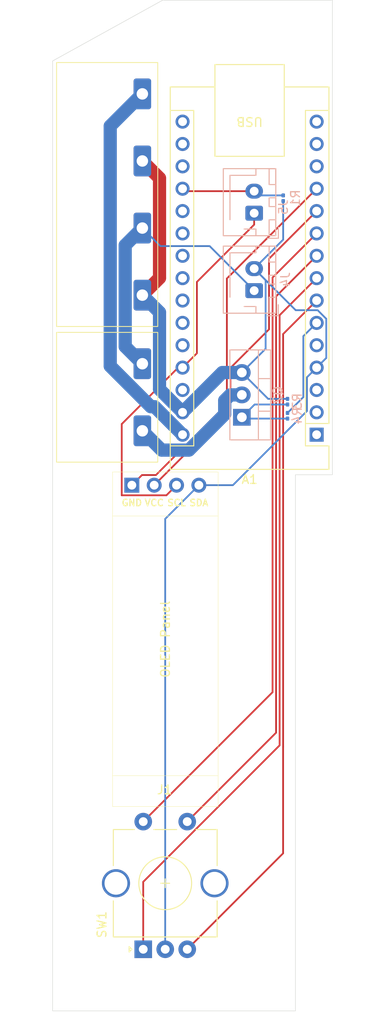
<source format=kicad_pcb>
(kicad_pcb (version 20241229) (generator "pcbnew") (generator_version "9.0")
  (layers (0 "F.Cu" signal) (2 "B.Cu" signal) (13 "F.Paste" user) (15 "B.Paste" user) (5 "F.SilkS" user "F.Silkscreen") (7 "B.SilkS" user "B.Silkscreen") (1 "F.Mask" user) (3 "B.Mask" user) (25 "Edge.Cuts" user))
  (net 0 "")
  (net 3 "GND")
  (net 5 "/Thermistor")
  (net 6 "/EC11SWA")
  (net 7 "/EC11B")
  (net 8 "/EC11SWB")
  (net 14 "+12V")
  (net 16 "/SCL")
  (net 17 "/EC11A")
  (net 19 "/Heater")
  (net 22 "/SDA")
  (net 26 "+5V")
  (net 30 "/Heater GND")
  (net 31 "Net-(Q2-G)")
  (footprint "KICADCustom:SSD1306-0.91-OLED-4pin-128x32" (layer "F.Cu") (at 129.215 122.685 90)
    (property "Reference" "J1" (at 1.9 5.91 0) (layer "F.SilkS"))
    (property "Value" "0.91in OLED Display")
    (fp_line (start 38 0) (end 0 0) (stroke (width 0.04)) (layer "F.SilkS"))
    (fp_line (start 33 0) (end 33 12) (stroke (width 0.04)) (layer "F.SilkS"))
    (fp_line (start 3.5 0) (end 3.5 12) (stroke (width 0.04)) (layer "F.SilkS"))
    (fp_line (start 0 0) (end 0 12) (stroke (width 0.04)) (layer "F.SilkS"))
    (fp_line (start 38 12) (end 38 0) (stroke (width 0.04)) (layer "F.SilkS"))
    (fp_line (start 0 12) (end 38 12) (stroke (width 0.04)) (layer "F.SilkS"))
    (fp_text user "VCC" (at 34.5 4.73 0) (layer "F.SilkS") (effects (font (size 0.75 0.75))))
    (fp_text user "GND" (at 34.5 2.19 0) (layer "F.SilkS") (effects (font (size 0.75 0.75))))
    (fp_text user "OLED Panel" (at 19 6 90) (layer "F.SilkS"))
    (fp_text user "SDA" (at 34.5 9.81 0) (layer "F.SilkS") (effects (font (size 0.75 0.75))))
    (fp_text user "SCL" (at 34.5 7.27 0) (layer "F.SilkS") (effects (font (size 0.75 0.75))))
    (pad "1" thru_hole rect (at 36.5 2.19 90) (size 1.7 1.7) (drill 1) (layers "*.Cu" "*.Mask") (net 22 "/SDA"))
    (pad "2" thru_hole oval (at 36.5 4.73 90) (size 1.7 1.7) (drill 1) (layers "*.Cu" "*.Mask") (net 16 "/SCL"))
    (pad "3" thru_hole oval (at 36.5 7.27 90) (size 1.7 1.7) (drill 1) (layers "*.Cu" "*.Mask") (net 26 "+5V"))
    (pad "4" thru_hole oval (at 36.5 9.81 90) (size 1.7 1.7) (drill 1) (layers "*.Cu" "*.Mask") (net 3 "GND"))
  )
  (footprint "MountingHole:MountingHole_3.2mm_M3" (layer "F.Cu") (at 146.5 142.4)
    (property "Reference" "REF**" (hide yes))
    (property "Value" "MountingHole_3.2mm_M3")
    (pad "" np_thru_hole circle (at 0 0) (size 3.2 3.2) (drill 3.2) (layers "*.Cu" "*.Mask"))
  )
  (footprint "Rotary_Encoder:RotaryEncoder_Alps_EC11E-Switch_Vertical_H20mm_CircularMountingHoles" (layer "F.Cu") (at 132.7 138.9 90)
    (property "Reference" "SW1" (at 2.8 -4.7 90) (layer "F.SilkS"))
    (property "Value" "EC11 RotaryEncoder_Switch")
    (fp_line (start 13.6 -3.4) (end 13.6 -1) (stroke (width 0.12)) (layer "F.SilkS"))
    (fp_line (start 9.5 -3.4) (end 13.6 -3.4) (stroke (width 0.12)) (layer "F.SilkS"))
    (fp_line (start 5.5 -3.4) (end 1.4 -3.4) (stroke (width 0.12)) (layer "F.SilkS"))
    (fp_line (start 1.4 -3.4) (end 1.4 8.4) (stroke (width 0.12)) (layer "F.SilkS"))
    (fp_line (start 0.3 -1.6) (end 0 -1.3) (stroke (width 0.12)) (layer "F.SilkS"))
    (fp_line (start -0.3 -1.6) (end 0.3 -1.6) (stroke (width 0.12)) (layer "F.SilkS"))
    (fp_line (start 0 -1.3) (end -0.3 -1.6) (stroke (width 0.12)) (layer "F.SilkS"))
    (fp_line (start 13.6 1.2) (end 13.6 3.8) (stroke (width 0.12)) (layer "F.SilkS"))
    (fp_line (start 7.5 2) (end 7.5 3) (stroke (width 0.12)) (layer "F.SilkS"))
    (fp_line (start 7 2.5) (end 8 2.5) (stroke (width 0.12)) (layer "F.SilkS"))
    (fp_line (start 13.6 6) (end 13.6 8.4) (stroke (width 0.12)) (layer "F.SilkS"))
    (fp_line (start 13.6 8.4) (end 9.5 8.4) (stroke (width 0.12)) (layer "F.SilkS"))
    (fp_line (start 5.5 8.4) (end 1.4 8.4) (stroke (width 0.12)) (layer "F.SilkS"))
    (fp_circle (center 7.5 2.5) (end 10.5 2.5) (stroke (width 0.12)) (fill no) (layer "F.SilkS"))
    (pad "A" thru_hole rect (at 0 0 90) (size 2 2) (drill 1) (layers "*.Cu" "*.Mask") (net 17 "/EC11A"))
    (pad "B" thru_hole circle (at 0 5 90) (size 2 2) (drill 1) (layers "*.Cu" "*.Mask") (net 7 "/EC11B"))
    (pad "C" thru_hole circle (at 0 2.5 90) (size 2 2) (drill 1) (layers "*.Cu" "*.Mask") (net 3 "GND"))
    (pad "MP" thru_hole circle (at 7.5 -3.1 90) (size 3.2 3.2) (drill 2.6) (layers "*.Cu" "*.Mask"))
    (pad "MP" thru_hole circle (at 7.5 8.1 90) (size 3.2 3.2) (drill 2.6) (layers "*.Cu" "*.Mask"))
    (pad "S1" thru_hole circle (at 14.5 5 90) (size 2 2) (drill 1) (layers "*.Cu" "*.Mask") (net 6 "/EC11SWA"))
    (pad "S2" thru_hole circle (at 14.5 0 90) (size 2 2) (drill 1) (layers "*.Cu" "*.Mask") (net 8 "/EC11SWB"))
  )
  (footprint "MountingHole:MountingHole_3.2mm_M3" (layer "F.Cu") (at 136.3 34.6)
    (property "Reference" "REF**" (hide yes))
    (property "Value" "MountingHole_3.2mm_M3")
    (pad "" np_thru_hole circle (at 0 0) (size 3.2 3.2) (drill 3.2) (layers "*.Cu" "*.Mask"))
  )
  (footprint "KICADCustom:Screw Terminal 2 Pin 7.62mmP" (layer "F.Cu") (at 132.6 72.39 -90)
    (property "Reference" "J6" (hide yes))
    (property "Value" "Screw_Terminal_01x02")
    (fp_rect (start -3.56 -1.75) (end 11.18 9.75) (stroke (width 0.1)) (fill no) (layer "F.SilkS"))
    (pad "1" thru_hole roundrect (at 0 0 270) (size 3.5 2) (drill 1.3) (layers "*.Cu" "*.Mask") (roundrect_rratio 0.15) (net 14 "+12V"))
    (pad "2" thru_hole roundrect (at 7.62 0 270) (size 3.5 2) (drill 1.3) (layers "*.Cu" "*.Mask") (roundrect_rratio 0.15) (net 30 "/Heater GND"))
  )
  (footprint "MountingHole:MountingHole_3.2mm_M3" (layer "F.Cu") (at 150.7 34.6)
    (property "Reference" "REF**" (hide yes))
    (property "Value" "MountingHole_3.2mm_M3")
    (pad "" np_thru_hole circle (at 0 0) (size 3.2 3.2) (drill 3.2) (layers "*.Cu" "*.Mask"))
  )
  (footprint "MountingHole:MountingHole_3.2mm_M3" (layer "F.Cu") (at 125.9 142.4)
    (property "Reference" "REF**" (hide yes))
    (property "Value" "MountingHole_3.2mm_M3")
    (pad "" np_thru_hole circle (at 0 0) (size 3.2 3.2) (drill 3.2) (layers "*.Cu" "*.Mask"))
  )
  (footprint "KICADCustom:Screw Terminal 4 Pin 7.62mmP" (layer "F.Cu") (at 132.6 41.74 -90)
    (property "Reference" "J2" (hide yes))
    (property "Value" "Screw_Terminal_01x04 IN")
    (fp_rect (start -3.56 -1.75) (end 26.42 9.75) (stroke (width 0.1)) (fill no) (layer "F.SilkS"))
    (pad "1" thru_hole roundrect (at 0 0 270) (size 3.5 2) (drill 1.3) (layers "*.Cu" "*.Mask") (roundrect_rratio 0.15) (net 14 "+12V"))
    (pad "2" thru_hole roundrect (at 7.62 0 270) (size 3.5 2) (drill 1.3) (layers "*.Cu" "*.Mask") (roundrect_rratio 0.15) (net 3 "GND"))
    (pad "3" thru_hole roundrect (at 15.24 0 270) (size 3.5 2) (drill 1.3) (layers "*.Cu" "*.Mask") (roundrect_rratio 0.15) (net 14 "+12V"))
    (pad "4" thru_hole roundrect (at 22.86 0 270) (size 3.5 2) (drill 1.3) (layers "*.Cu" "*.Mask") (roundrect_rratio 0.15) (net 3 "GND"))
  )
  (footprint "Module:Arduino_Nano" (layer "F.Cu") (at 152.41 80.45 180)
    (property "Reference" "A1" (at 7.62 -5.08 0) (layer "F.SilkS"))
    (property "Value" "Arduino_Nano_v3.x")
    (fp_line (start 16.64 39.5) (end 16.64 -3.94) (stroke (width 0.12)) (layer "F.SilkS"))
    (fp_line (start 16.64 39.5) (end 11.56 39.5) (stroke (width 0.12)) (layer "F.SilkS"))
    (fp_line (start 16.64 -3.94) (end -1.4 -3.94) (stroke (width 0.12)) (layer "F.SilkS"))
    (fp_line (start 13.97 36.83) (end 16.64 36.83) (stroke (width 0.12)) (layer "F.SilkS"))
    (fp_line (start 13.97 -1.27) (end 16.64 -1.27) (stroke (width 0.12)) (layer "F.SilkS"))
    (fp_line (start 13.97 -1.27) (end 13.97 36.83) (stroke (width 0.12)) (layer "F.SilkS"))
    (fp_line (start 11.56 42.04) (end 3.68 42.04) (stroke (width 0.12)) (layer "F.SilkS"))
    (fp_line (start 11.56 31.62) (end 11.56 42.04) (stroke (width 0.12)) (layer "F.SilkS"))
    (fp_line (start 3.68 42.04) (end 3.68 31.62) (stroke (width 0.12)) (layer "F.SilkS"))
    (fp_line (start 3.68 31.62) (end 11.56 31.62) (stroke (width 0.12)) (layer "F.SilkS"))
    (fp_line (start 1.27 36.83) (end -1.4 36.83) (stroke (width 0.12)) (layer "F.SilkS"))
    (fp_line (start 1.27 1.27) (end 1.27 36.83) (stroke (width 0.12)) (layer "F.SilkS"))
    (fp_line (start 1.27 1.27) (end 1.27 -1.27) (stroke (width 0.12)) (layer "F.SilkS"))
    (fp_line (start 1.27 1.27) (end -1.4 1.27) (stroke (width 0.12)) (layer "F.SilkS"))
    (fp_line (start 1.27 -1.27) (end -1.4 -1.27) (stroke (width 0.12)) (layer "F.SilkS"))
    (fp_line (start -1.4 39.5) (end 3.68 39.5) (stroke (width 0.12)) (layer "F.SilkS"))
    (fp_line (start -1.4 1.27) (end -1.4 39.5) (stroke (width 0.12)) (layer "F.SilkS"))
    (fp_line (start -1.4 -3.94) (end -1.4 -1.27) (stroke (width 0.12)) (layer "F.SilkS"))
    (fp_text user "USB" (at 7.62 35.56 180) (layer "F.SilkS"))
    (pad "1" thru_hole rect (at 0 0 180) (size 1.6 1.6) (drill 1) (layers "*.Cu" "*.Mask"))
    (pad "2" thru_hole oval (at 0 2.54 180) (size 1.6 1.6) (drill 1) (layers "*.Cu" "*.Mask"))
    (pad "3" thru_hole oval (at 0 5.08 180) (size 1.6 1.6) (drill 1) (layers "*.Cu" "*.Mask"))
    (pad "4" thru_hole oval (at 0 7.62 180) (size 1.6 1.6) (drill 1) (layers "*.Cu" "*.Mask") (net 3 "GND"))
    (pad "5" thru_hole oval (at 0 10.16 180) (size 1.6 1.6) (drill 1) (layers "*.Cu" "*.Mask"))
    (pad "6" thru_hole oval (at 0 12.7 180) (size 1.6 1.6) (drill 1) (layers "*.Cu" "*.Mask") (net 19 "/Heater"))
    (pad "7" thru_hole oval (at 0 15.24 180) (size 1.6 1.6) (drill 1) (layers "*.Cu" "*.Mask") (net 7 "/EC11B"))
    (pad "8" thru_hole oval (at 0 17.78 180) (size 1.6 1.6) (drill 1) (layers "*.Cu" "*.Mask") (net 17 "/EC11A"))
    (pad "9" thru_hole oval (at 0 20.32 180) (size 1.6 1.6) (drill 1) (layers "*.Cu" "*.Mask") (net 6 "/EC11SWA"))
    (pad "10" thru_hole oval (at 0 22.86 180) (size 1.6 1.6) (drill 1) (layers "*.Cu" "*.Mask") (net 8 "/EC11SWB"))
    (pad "11" thru_hole oval (at 0 25.4 180) (size 1.6 1.6) (drill 1) (layers "*.Cu" "*.Mask") (net 16 "/SCL"))
    (pad "12" thru_hole oval (at 0 27.94 180) (size 1.6 1.6) (drill 1) (layers "*.Cu" "*.Mask") (net 22 "/SDA"))
    (pad "13" thru_hole oval (at 0 30.48 180) (size 1.6 1.6) (drill 1) (layers "*.Cu" "*.Mask"))
    (pad "14" thru_hole oval (at 0 33.02 180) (size 1.6 1.6) (drill 1) (layers "*.Cu" "*.Mask"))
    (pad "15" thru_hole oval (at 0 35.56 180) (size 1.6 1.6) (drill 1) (layers "*.Cu" "*.Mask"))
    (pad "16" thru_hole oval (at 15.24 35.56 180) (size 1.6 1.6) (drill 1) (layers "*.Cu" "*.Mask"))
    (pad "17" thru_hole oval (at 15.24 33.02 180) (size 1.6 1.6) (drill 1) (layers "*.Cu" "*.Mask"))
    (pad "18" thru_hole oval (at 15.24 30.48 180) (size 1.6 1.6) (drill 1) (layers "*.Cu" "*.Mask"))
    (pad "19" thru_hole oval (at 15.24 27.94 180) (size 1.6 1.6) (drill 1) (layers "*.Cu" "*.Mask") (net 5 "/Thermistor"))
    (pad "20" thru_hole oval (at 15.24 25.4 180) (size 1.6 1.6) (drill 1) (layers "*.Cu" "*.Mask"))
    (pad "21" thru_hole oval (at 15.24 22.86 180) (size 1.6 1.6) (drill 1) (layers "*.Cu" "*.Mask"))
    (pad "22" thru_hole oval (at 15.24 20.32 180) (size 1.6 1.6) (drill 1) (layers "*.Cu" "*.Mask"))
    (pad "23" thru_hole oval (at 15.24 17.78 180) (size 1.6 1.6) (drill 1) (layers "*.Cu" "*.Mask"))
    (pad "24" thru_hole oval (at 15.24 15.24 180) (size 1.6 1.6) (drill 1) (layers "*.Cu" "*.Mask"))
    (pad "25" thru_hole oval (at 15.24 12.7 180) (size 1.6 1.6) (drill 1) (layers "*.Cu" "*.Mask"))
    (pad "26" thru_hole oval (at 15.24 10.16 180) (size 1.6 1.6) (drill 1) (layers "*.Cu" "*.Mask"))
    (pad "27" thru_hole oval (at 15.24 7.62 180) (size 1.6 1.6) (drill 1) (layers "*.Cu" "*.Mask") (net 26 "+5V"))
    (pad "28" thru_hole oval (at 15.24 5.08 180) (size 1.6 1.6) (drill 1) (layers "*.Cu" "*.Mask"))
    (pad "29" thru_hole oval (at 15.24 2.54 180) (size 1.6 1.6) (drill 1) (layers "*.Cu" "*.Mask") (net 3 "GND"))
    (pad "30" thru_hole oval (at 15.24 0 180) (size 1.6 1.6) (drill 1) (layers "*.Cu" "*.Mask") (net 14 "+12V"))
  )
  (footprint "Resistor_SMD:R_0201_0603Metric" (layer "B.Cu") (at 149.1 78.3 -90)
    (property "Reference" "R4" (at 0 -1.1 90) (layer "B.SilkS") (effects (justify mirror)))
    (property "Value" "R220")
    (pad "1" smd roundrect (at -0.32 0 270) (size 0.46 0.4) (layers "B.Cu" "B.Mask") (net 19 "/Heater"))
    (pad "2" smd roundrect (at 0.32 0 270) (size 0.46 0.4) (layers "B.Cu" "B.Mask") (net 31 "Net-(Q2-G)"))
  )
  (footprint "Package_TO_SOT_THT:TO-220-3_Vertical" (layer "B.Cu") (at 143.91 78.47 90)
    (property "Reference" "Q2" (at 2.54 4.1 90) (layer "B.SilkS") (effects (justify mirror)))
    (property "Value" "IRLZ34N")
    (fp_line (start -2.57 -1.36) (end 7.65 -1.36) (stroke (width 0.12)) (layer "B.SilkS"))
    (fp_line (start -2.57 1.88) (end 7.65 1.88) (stroke (width 0.12)) (layer "B.SilkS"))
    (fp_line (start 7.65 3.26) (end 7.65 -1.36) (stroke (width 0.12)) (layer "B.SilkS"))
    (fp_line (start 4.39 3.26) (end 4.39 1.88) (stroke (width 0.12)) (layer "B.SilkS"))
    (fp_line (start 0.69 3.26) (end 0.69 1.88) (stroke (width 0.12)) (layer "B.SilkS"))
    (fp_line (start -2.57 3.26) (end -2.57 -1.36) (stroke (width 0.12)) (layer "B.SilkS"))
    (fp_line (start -2.57 3.26) (end 7.65 3.26) (stroke (width 0.12)) (layer "B.SilkS"))
    (pad "1" thru_hole rect (at 0 0 90) (size 1.905 2) (drill 1.1) (layers "*.Cu" "*.Mask") (net 31 "Net-(Q2-G)"))
    (pad "2" thru_hole oval (at 2.54 0 90) (size 1.905 2) (drill 1.1) (layers "*.Cu" "*.Mask") (net 30 "/Heater GND"))
    (pad "3" thru_hole oval (at 5.08 0 90) (size 1.905 2) (drill 1.1) (layers "*.Cu" "*.Mask") (net 3 "GND"))
  )
  (footprint "Resistor_SMD:R_0201_0603Metric" (layer "B.Cu") (at 148.61 53.59 90)
    (property "Reference" "R1" (at 0 1.39 90) (layer "B.SilkS") (effects (justify mirror)))
    (property "Value" "R100k")
    (pad "1" smd roundrect (at -0.32 0 90) (size 0.46 0.4) (layers "B.Cu" "B.Mask") (net 3 "GND"))
    (pad "2" smd roundrect (at 0.32 0 90) (size 0.46 0.4) (layers "B.Cu" "B.Mask") (net 5 "/Thermistor"))
  )
  (footprint "Resistor_SMD:R_0201_0603Metric" (layer "B.Cu") (at 149.1 76.7 -90)
    (property "Reference" "R3" (at 0 -1.1 90) (layer "B.SilkS") (effects (justify mirror)))
    (property "Value" "R10k")
    (pad "1" smd roundrect (at -0.32 0 270) (size 0.46 0.4) (layers "B.Cu" "B.Mask") (net 3 "GND"))
    (pad "2" smd roundrect (at 0.32 0 270) (size 0.46 0.4) (layers "B.Cu" "B.Mask") (net 31 "Net-(Q2-G)"))
  )
  (footprint "Connector_JST:JST_XH_B2B-XH-AM_1x02_P2.50mm_Vertical" (layer "B.Cu") (at 145.31 64.09 90)
    (property "Reference" "J4" (at 1.25 3.55 90) (layer "B.SilkS") (effects (justify mirror)))
    (property "Value" "24V Fan")
    (fp_line (start 5.06 -3.51) (end 5.06 2.46) (stroke (width 0.12)) (layer "B.SilkS"))
    (fp_line (start -2.56 -3.51) (end 5.06 -3.51) (stroke (width 0.12)) (layer "B.SilkS"))
    (fp_line (start 4.3 -2.75) (end 1.25 -2.75) (stroke (width 0.12)) (layer "B.SilkS"))
    (fp_line (start 1.25 -2.75) (end -0.74 -2.75) (stroke (width 0.12)) (layer "B.SilkS"))
    (fp_line (start 5.05 0.2) (end 4.3 0.2) (stroke (width 0.12)) (layer "B.SilkS"))
    (fp_line (start 4.3 0.2) (end 4.3 -2.75) (stroke (width 0.12)) (layer "B.SilkS"))
    (fp_line (start -1.8 0.2) (end -1.8 -1.14) (stroke (width 0.12)) (layer "B.SilkS"))
    (fp_line (start -2.55 0.2) (end -1.8 0.2) (stroke (width 0.12)) (layer "B.SilkS"))
    (fp_line (start 5.05 1.7) (end 5.05 2.45) (stroke (width 0.12)) (layer "B.SilkS"))
    (fp_line (start 3.25 1.7) (end 5.05 1.7) (stroke (width 0.12)) (layer "B.SilkS"))
    (fp_line (start 1.75 1.7) (end 1.75 2.45) (stroke (width 0.12)) (layer "B.SilkS"))
    (fp_line (start 0.75 1.7) (end 1.75 1.7) (stroke (width 0.12)) (layer "B.SilkS"))
    (fp_line (start -0.75 1.7) (end -0.75 2.45) (stroke (width 0.12)) (layer "B.SilkS"))
    (fp_line (start -2.55 1.7) (end -0.75 1.7) (stroke (width 0.12)) (layer "B.SilkS"))
    (fp_line (start 5.05 2.45) (end 3.25 2.45) (stroke (width 0.12)) (layer "B.SilkS"))
    (fp_line (start 3.25 2.45) (end 3.25 1.7) (stroke (width 0.12)) (layer "B.SilkS"))
    (fp_line (start 1.75 2.45) (end 0.75 2.45) (stroke (width 0.12)) (layer "B.SilkS"))
    (fp_line (start 0.75 2.45) (end 0.75 1.7) (stroke (width 0.12)) (layer "B.SilkS"))
    (fp_line (start -0.75 2.45) (end -2.55 2.45) (stroke (width 0.12)) (layer "B.SilkS"))
    (fp_line (start -2.55 2.45) (end -2.55 1.7) (stroke (width 0.12)) (layer "B.SilkS"))
    (fp_line (start 5.06 2.46) (end -2.56 2.46) (stroke (width 0.12)) (layer "B.SilkS"))
    (fp_line (start -2.56 2.46) (end -2.56 -3.51) (stroke (width 0.12)) (layer "B.SilkS"))
    (fp_line (start -1.6 2.75) (end -2.85 2.75) (stroke (width 0.12)) (layer "B.SilkS"))
    (fp_line (start -2.85 2.75) (end -2.85 1.5) (stroke (width 0.12)) (layer "B.SilkS"))
    (pad "" np_thru_hole circle (at -1.6 -2 90) (size 1.2 1.2) (drill 1.2) (layers "*.Cu" "*.Mask"))
    (pad "1" thru_hole roundrect (at 0 0 90) (size 1.7 2) (drill 1) (layers "*.Cu" "*.Mask") (roundrect_rratio 0.147059) (net 14 "+12V"))
    (pad "2" thru_hole oval (at 2.5 0 90) (size 1.7 2) (drill 1) (layers "*.Cu" "*.Mask") (net 3 "GND"))
  )
  (footprint "Connector_JST:JST_XH_B2B-XH-AM_1x02_P2.50mm_Vertical" (layer "B.Cu") (at 145.31 55.29 90)
    (property "Reference" "J5" (at 0.66875 3.31625 90) (layer "B.SilkS") (effects (justify mirror)))
    (property "Value" "Thermistor")
    (fp_line (start 5.06 -3.51) (end 5.06 2.46) (stroke (width 0.12)) (layer "B.SilkS"))
    (fp_line (start -2.56 -3.51) (end 5.06 -3.51) (stroke (width 0.12)) (layer "B.SilkS"))
    (fp_line (start 4.3 -2.75) (end 1.25 -2.75) (stroke (width 0.12)) (layer "B.SilkS"))
    (fp_line (start 1.25 -2.75) (end -0.74 -2.75) (stroke (width 0.12)) (layer "B.SilkS"))
    (fp_line (start 5.05 0.2) (end 4.3 0.2) (stroke (width 0.12)) (layer "B.SilkS"))
    (fp_line (start 4.3 0.2) (end 4.3 -2.75) (stroke (width 0.12)) (layer "B.SilkS"))
    (fp_line (start -1.8 0.2) (end -1.8 -1.14) (stroke (width 0.12)) (layer "B.SilkS"))
    (fp_line (start -2.55 0.2) (end -1.8 0.2) (stroke (width 0.12)) (layer "B.SilkS"))
    (fp_line (start 5.05 1.7) (end 5.05 2.45) (stroke (width 0.12)) (layer "B.SilkS"))
    (fp_line (start 3.25 1.7) (end 5.05 1.7) (stroke (width 0.12)) (layer "B.SilkS"))
    (fp_line (start 1.75 1.7) (end 1.75 2.45) (stroke (width 0.12)) (layer "B.SilkS"))
    (fp_line (start 0.75 1.7) (end 1.75 1.7) (stroke (width 0.12)) (layer "B.SilkS"))
    (fp_line (start -0.75 1.7) (end -0.75 2.45) (stroke (width 0.12)) (layer "B.SilkS"))
    (fp_line (start -2.55 1.7) (end -0.75 1.7) (stroke (width 0.12)) (layer "B.SilkS"))
    (fp_line (start 5.05 2.45) (end 3.25 2.45) (stroke (width 0.12)) (layer "B.SilkS"))
    (fp_line (start 3.25 2.45) (end 3.25 1.7) (stroke (width 0.12)) (layer "B.SilkS"))
    (fp_line (start 1.75 2.45) (end 0.75 2.45) (stroke (width 0.12)) (layer "B.SilkS"))
    (fp_line (start 0.75 2.45) (end 0.75 1.7) (stroke (width 0.12)) (layer "B.SilkS"))
    (fp_line (start -0.75 2.45) (end -2.55 2.45) (stroke (width 0.12)) (layer "B.SilkS"))
    (fp_line (start -2.55 2.45) (end -2.55 1.7) (stroke (width 0.12)) (layer "B.SilkS"))
    (fp_line (start 5.06 2.46) (end -2.56 2.46) (stroke (width 0.12)) (layer "B.SilkS"))
    (fp_line (start -2.56 2.46) (end -2.56 -3.51) (stroke (width 0.12)) (layer "B.SilkS"))
    (fp_line (start -1.6 2.75) (end -2.85 2.75) (stroke (width 0.12)) (layer "B.SilkS"))
    (fp_line (start -2.85 2.75) (end -2.85 1.5) (stroke (width 0.12)) (layer "B.SilkS"))
    (pad "" np_thru_hole circle (at -1.6 -2 90) (size 1.2 1.2) (drill 1.2) (layers "*.Cu" "*.Mask"))
    (pad "1" thru_hole roundrect (at 0 0 90) (size 1.7 2) (drill 1) (layers "*.Cu" "*.Mask") (roundrect_rratio 0.147059) (net 26 "+5V"))
    (pad "2" thru_hole oval (at 2.5 0 90) (size 1.7 2) (drill 1) (layers "*.Cu" "*.Mask") (net 5 "/Thermistor"))
  )
  (gr_poly (pts (xy 122.4 145.9) (xy 122.4 38) (xy 134.9 31.1) (xy 154.2 31.1) (xy 154.2 85) (xy 150 85) (xy 150 145.9)) (stroke (width 0.05)) (fill no) (layer "Edge.Cuts"))
  (segment (start 134.551 62.649) (end 132.6 64.6) (width 1.5) (layer "F.Cu") (net 3))
  (segment (start 132.6 49.36) (end 134.551 51.311) (width 1.5) (layer "F.Cu") (net 3))
  (segment (start 134.551 51.311) (end 134.551 62.649) (width 1.5) (layer "F.Cu") (net 3))
  (segment (start 135.2 90.01) (end 139.025 86.185) (width 0.2) (layer "B.Cu") (net 3))
  (segment (start 151.309 73.931) (end 152.41 72.83) (width 0.2) (layer "B.Cu") (net 3))
  (segment (start 142.88987 86.185) (end 151.309 77.76587) (width 0.2) (layer "B.Cu") (net 3))
  (segment (start 148.61 53.91) (end 148.61 58.29) (width 0.2) (layer "B.Cu") (net 3))
  (segment (start 153.511 67.29395) (end 152.52805 66.311) (width 0.2) (layer "B.Cu") (net 3))
  (segment (start 134.551 75.291) (end 137.17 77.91) (width 1.5) (layer "B.Cu") (net 3))
  (segment (start 151.309 77.76587) (end 151.309 73.931) (width 0.2) (layer "B.Cu") (net 3))
  (segment (start 152.41 72.83) (end 153.511 71.729) (width 0.2) (layer "B.Cu") (net 3))
  (segment (start 137.17 77.91) (end 141.69 73.39) (width 1.5) (layer "B.Cu") (net 3))
  (segment (start 152.52805 66.311) (end 150.031 66.311) (width 0.2) (layer "B.Cu") (net 3))
  (segment (start 145.31 61.59) (end 146.611 62.891) (width 0.2) (layer "B.Cu") (net 3))
  (segment (start 139.025 86.185) (end 142.88987 86.185) (width 0.2) (layer "B.Cu") (net 3))
  (segment (start 134.551 66.551) (end 134.551 75.291) (width 1.5) (layer "B.Cu") (net 3))
  (segment (start 132.6 64.6) (end 134.551 66.551) (width 1.5) (layer "B.Cu") (net 3))
  (segment (start 146.611 70.689) (end 143.91 73.39) (width 0.2) (layer "B.Cu") (net 3))
  (segment (start 153.511 71.729) (end 153.511 67.29395) (width 0.2) (layer "B.Cu") (net 3))
  (segment (start 135.2 138.9) (end 135.2 90.01) (width 0.2) (layer "B.Cu") (net 3))
  (segment (start 148.61 58.29) (end 145.31 61.59) (width 0.2) (layer "B.Cu") (net 3))
  (segment (start 141.69 73.39) (end 143.91 73.39) (width 1.5) (layer "B.Cu") (net 3))
  (segment (start 150.031 66.311) (end 145.31 61.59) (width 0.2) (layer "B.Cu") (net 3))
  (segment (start 146.611 62.891) (end 146.611 70.689) (width 0.2) (layer "B.Cu") (net 3))
  (segment (start 146.9 76.38) (end 143.91 73.39) (width 0.2) (layer "B.Cu") (net 3))
  (segment (start 149.1 76.38) (end 146.9 76.38) (width 0.2) (layer "B.Cu") (net 3))
  (segment (start 145.31 52.79) (end 137.45 52.79) (width 0.2) (layer "F.Cu") (net 5))
  (segment (start 137.45 52.79) (end 137.17 52.51) (width 0.2) (layer "F.Cu") (net 5))
  (segment (start 148.61 53.27) (end 145.79 53.27) (width 0.2) (layer "B.Cu") (net 5))
  (segment (start 147.801 114.299) (end 147.801 76.8) (width 0.2) (layer "F.Cu") (net 6))
  (segment (start 147.801 76.8) (end 147.801 76.7) (width 0.2) (layer "F.Cu") (net 6))
  (segment (start 137.7 124.4) (end 147.801 114.299) (width 0.2) (layer "F.Cu") (net 6))
  (segment (start 147.801 64.739) (end 152.41 60.13) (width 0.2) (layer "F.Cu") (net 6))
  (segment (start 147.801 76.8) (end 147.801 64.739) (width 0.2) (layer "F.Cu") (net 6))
  (segment (start 137.7 138.9) (end 148.6 128) (width 0.2) (layer "F.Cu") (net 7))
  (segment (start 148.6 115.906992) (end 148.603 115.903992) (width 0.2) (layer "F.Cu") (net 7))
  (segment (start 148.6 128) (end 148.6 115.906992) (width 0.2) (layer "F.Cu") (net 7))
  (segment (start 148.603 115.903992) (end 148.603 69.017) (width 0.2) (layer "F.Cu") (net 7))
  (segment (start 148.603 69.017) (end 152.41 65.21) (width 0.2) (layer "F.Cu") (net 7))
  (segment (start 132.7 124.4) (end 147.4 109.7) (width 0.2) (layer "F.Cu") (net 8))
  (segment (start 147.4 62.6) (end 152.41 57.59) (width 0.2) (layer "F.Cu") (net 8))
  (segment (start 147.4 109.7) (end 147.4 62.6) (width 0.2) (layer "F.Cu") (net 8))
  (segment (start 128.948 45.392) (end 128.948 72.657182) (width 1.5) (layer "B.Cu") (net 14))
  (segment (start 133.992789 77.272789) (end 137.17 80.45) (width 1.5) (layer "B.Cu") (net 14))
  (segment (start 145.31 64.09) (end 140.249 59.029) (width 0.2) (layer "B.Cu") (net 14))
  (segment (start 132.6 41.74) (end 128.948 45.392) (width 1.5) (layer "B.Cu") (net 14))
  (segment (start 130.649 70.439) (end 130.649 58.931) (width 1.5) (layer "B.Cu") (net 14))
  (segment (start 134.649 59.029) (end 132.6 56.98) (width 0.2) (layer "B.Cu") (net 14))
  (segment (start 130.649 58.931) (end 132.6 56.98) (width 1.5) (layer "B.Cu") (net 14))
  (segment (start 128.948 72.657182) (end 133.563607 77.272789) (width 1.5) (layer "B.Cu") (net 14))
  (segment (start 140.249 59.029) (end 134.649 59.029) (width 0.2) (layer "B.Cu") (net 14))
  (segment (start 133.563607 77.272789) (end 133.992789 77.272789) (width 1.5) (layer "B.Cu") (net 14))
  (segment (start 132.6 72.39) (end 130.649 70.439) (width 1.5) (layer "B.Cu") (net 14))
  (segment (start 133.945 86.185) (end 142.609 77.521) (width 0.2) (layer "F.Cu") (net 16))
  (segment (start 146.999 60.461) (end 152.41 55.05) (width 0.2) (layer "F.Cu") (net 16))
  (segment (start 146.999 68.480783) (end 146.999 60.461) (width 0.2) (layer "F.Cu") (net 16))
  (segment (start 142.609 77.521) (end 142.609 72.870783) (width 0.2) (layer "F.Cu") (net 16))
  (segment (start 142.609 72.870783) (end 146.999 68.480783) (width 0.2) (layer "F.Cu") (net 16))
  (segment (start 132.7 138.9) (end 132.7 131.239892) (width 0.2) (layer "F.Cu") (net 17))
  (segment (start 148.202 115.737892) (end 148.202 66.878) (width 0.2) (layer "F.Cu") (net 17))
  (segment (start 148.202 66.878) (end 152.41 62.67) (width 0.2) (layer "F.Cu") (net 17))
  (segment (start 132.7 131.239892) (end 148.202 115.737892) (width 0.2) (layer "F.Cu") (net 17))
  (segment (start 149.1 77.98) (end 150.9 76.18) (width 0.2) (layer "B.Cu") (net 19))
  (segment (start 150.9 69.26) (end 152.41 67.75) (width 0.2) (layer "B.Cu") (net 19))
  (segment (start 150.9 76.18) (end 150.9 69.26) (width 0.2) (layer "B.Cu") (net 19))
  (segment (start 142.208 62.712) (end 152.41 52.51) (width 0.2) (layer "F.Cu") (net 22))
  (segment (start 132.556 85.034) (end 134.14305 85.034) (width 0.2) (layer "F.Cu") (net 22))
  (segment (start 131.405 86.185) (end 132.556 85.034) (width 0.2) (layer "F.Cu") (net 22))
  (segment (start 134.14305 85.034) (end 142.208 76.96905) (width 0.2) (layer "F.Cu") (net 22))
  (segment (start 142.208 76.96905) (end 142.208 62.712) (width 0.2) (layer "F.Cu") (net 22))
  (segment (start 138.8 71.2) (end 137.17 72.83) (width 0.2) (layer "F.Cu") (net 26))
  (segment (start 130.254 87.336) (end 130.254 79.246) (width 0.2) (layer "F.Cu") (net 26))
  (segment (start 145.31 55.29) (end 145.31 56.59) (width 0.2) (layer "F.Cu") (net 26))
  (segment (start 138.8 63.1) (end 138.8 71.2) (width 0.2) (layer "F.Cu") (net 26))
  (segment (start 135.334 87.336) (end 130.254 87.336) (width 0.2) (layer "F.Cu") (net 26))
  (segment (start 136.485 86.185) (end 135.334 87.336) (width 0.2) (layer "F.Cu") (net 26))
  (segment (start 145.31 56.59) (end 138.8 63.1) (width 0.2) (layer "F.Cu") (net 26))
  (segment (start 130.254 79.246) (end 136.67 72.83) (width 0.2) (layer "F.Cu") (net 26))
  (segment (start 136.67 72.83) (end 137.17 72.83) (width 0.2) (layer "F.Cu") (net 26))
  (segment (start 141.959 78.137288) (end 141.959 76.5665) (width 1.5) (layer "B.Cu") (net 30))
  (segment (start 132.6 80.01) (end 134.791 82.201) (width 1.5) (layer "B.Cu") (net 30))
  (segment (start 141.959 76.5665) (end 142.5955 75.93) (width 1.5) (layer "B.Cu") (net 30))
  (segment (start 137.895288 82.201) (end 141.959 78.137288) (width 1.5) (layer "B.Cu") (net 30))
  (segment (start 134.791 82.201) (end 137.895288 82.201) (width 1.5) (layer "B.Cu") (net 30))
  (segment (start 142.5955 75.93) (end 143.91 75.93) (width 1.5) (layer "B.Cu") (net 30))
  (segment (start 144.06 78.62) (end 149.1 78.62) (width 0.2) (layer "B.Cu") (net 31))
  (segment (start 143.91 78.47) (end 144.06 78.62) (width 0.2) (layer "B.Cu") (net 31))
  (segment (start 145.36 77.02) (end 143.91 78.47) (width 0.2) (layer "B.Cu") (net 31))
  (segment (start 149.1 77.02) (end 145.36 77.02) (width 0.2) (layer "B.Cu") (net 31))
)
</source>
